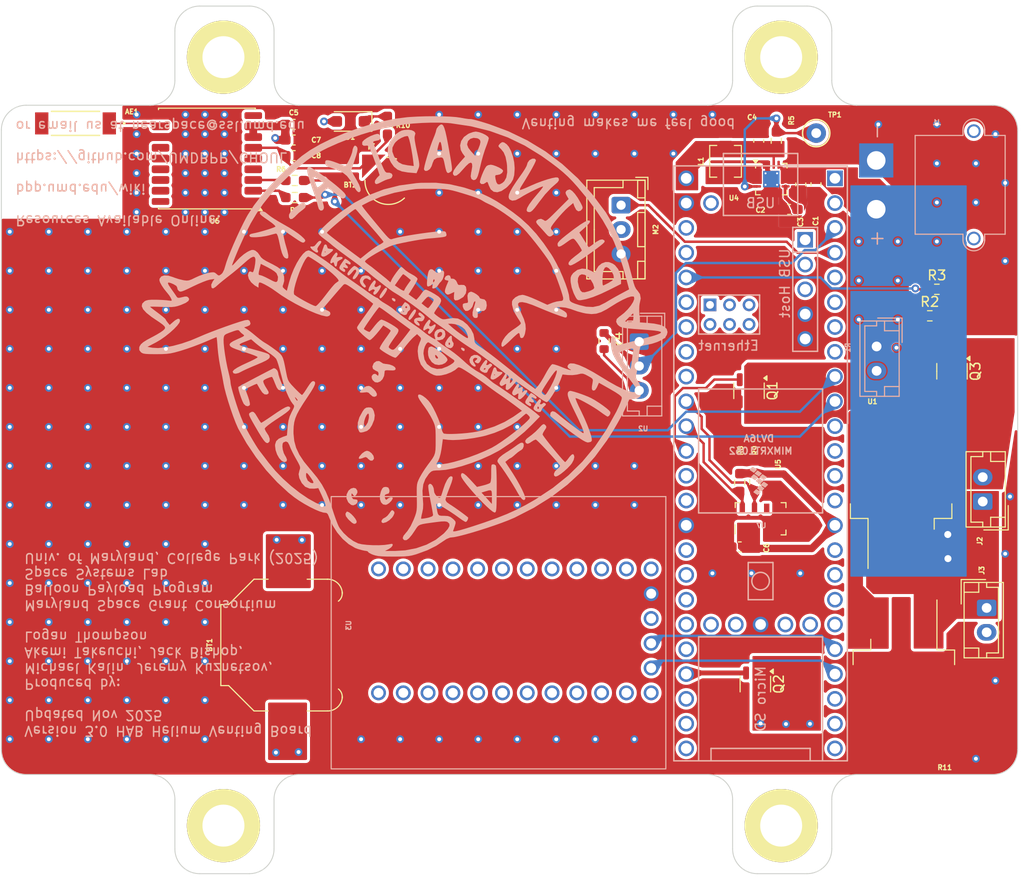
<source format=kicad_pcb>
(kicad_pcb (version 20240108) (generator "pcbnew") (generator_version "8.0")
  (layers (0 "F.Cu" signal) (1 "In1.Cu" signal) (2 "In2.Cu" signal) (31 "B.Cu" signal) (34 "B.Paste" user) (35 "F.Paste" user) (36 "B.SilkS" user "B.Silkscreen") (37 "F.SilkS" user "F.Silkscreen") (38 "B.Mask" user) (39 "F.Mask" user) (44 "Edge.Cuts" user))
  (net 0 "")
  (net 1 "/RTC_BATT")
  (net 2 "Net-(J2-Pin_2)")
  (net 3 "Net-(J2-Pin_1)")
  (net 4 "Net-(J3-Pin_2)")
  (net 5 "GND")
  (net 6 "Net-(M2-PWM)")
  (net 7 "/nic1")
  (net 8 "/nic2")
  (net 9 "/Vdiv")
  (net 10 "/Temp_Data")
  (net 11 "/GPS_RX")
  (net 12 "/GPS_TX")
  (net 13 "/SCL")
  (net 14 "/SDA")
  (net 15 "Net-(U1-VO)")
  (net 16 "/xbee_in")
  (net 17 "/xbee_out")
  (net 46 "+BATT")
  (net 48 "Net-(L1-Pad1)")
  (net 49 "Net-(U4-PG)")
  (net 50 "Net-(U4-SS{slash}TR)")
  (net 51 "+5V")
  (net 68 "+3.3V")
  (net 69 "Net-(U6-RXD)")
  (net 70 "Net-(U6-TXD)")
  (net 71 "Net-(BT2-+)")
  (net 72 "Net-(D1-K)")
  (net 77 "Net-(AE1-A)")
  (net 83 "Net-(Q1-D-Pad1)")
  (net 84 "Net-(Q1-G)")
  (footprint "Battery:BatteryHolder_Keystone_3000_1x12mm" (layer "F.Cu") (at 133.476051 121.356051 90)
    (property "Reference" "BT1")
    (property "Value" "Battery_Cell")
  )
  (footprint "Resistor_SMD:R_0603_1608Metric_Pad0.98x0.95mm_HandSolder" (layer "F.Cu") (at 179.8 104.7 90)
    (property "Reference" "R8")
    (property "Value" "10k")
  )
  (footprint "Resistor_SMD:R_0603_1608Metric_Pad0.98x0.95mm_HandSolder" (layer "F.Cu") (at 181.338949 104.658949 -90)
    (property "Reference" "R9")
    (property "Value" "10k")
  )
  (footprint "Package_DFN_QFN:VQFN-16-1EP_3x3mm_P0.5mm_EP1.68x1.68mm_ThermalVias" (layer "F.Cu") (at 183.033551 73.606051)
    (property "Reference" "U4")
    (property "Value" "TPS62133")
  )
  (footprint "Capacitor_SMD:C_0603_1608Metric_Pad1.08x0.95mm_HandSolder" (layer "F.Cu") (at 184.853551 76.716051)
    (property "Reference" "C2")
    (property "Value" "3.3nF")
  )
  (footprint "Resistor_SMD:R_0603_1608Metric" (layer "F.Cu") (at 165.9 90.2 -90)
    (property "Reference" "R4")
    (property "Value" "4.7K")
  )
  (footprint "Package_LGA:LGA-8_3x5mm_P1.25mm" (layer "F.Cu") (at 181.936051 108.416051 90)
    (property "Reference" "U5")
    (property "Value" "MS5607-02BA")
  )
  (footprint "mechanical:MountingHole_4.3mm_M4_DIN965_Pad" (layer "F.Cu") (at 184.046051 61.116051 180)
    (property "Reference" "REF**" (hide yes))
    (property "Value" "MountingHole_4.3mm_M4_DIN965_Pad")
  )
  (footprint "Package_TO_SOT_SMD:TO-263-2" (layer "F.Cu") (at 196.616051 126.686051 -90)
    (property "Reference" "R11")
    (property "Value" "0.3")
  )
  (footprint "mechanical:MountingHole_4.3mm_M4_DIN965_Pad" (layer "F.Cu") (at 126.896051 61.116051 180)
    (property "Reference" "REF**" (hide yes))
    (property "Value" "MountingHole_4.3mm_M4_DIN965_Pad")
  )
  (footprint "Resistor_SMD:R_0603_1608Metric" (layer "F.Cu") (at 199.276051 87.616051)
    (property "Reference" "R2")
    (property "Value" "15k")
  )
  (footprint "Capacitor_SMD:C_0603_1608Metric_Pad1.08x0.95mm_HandSolder" (layer "F.Cu") (at 134.1 69.6)
    (property "Reference" "C7")
    (property "Value" "1uf")
  )
  (footprint "Package_TO_SOT_SMD:TSOT-23-6" (layer "F.Cu") (at 180.75 95.3 -90)
    (property "Reference" "Q1")
    (property "Value" "FDC637BNZ")
  )
  (footprint "Capacitor_SMD:C_0603_1608Metric_Pad1.08x0.95mm_HandSolder" (layer "F.Cu") (at 179.806051 111.296051 180)
    (property "Reference" "C6")
    (property "Value" "100nF")
  )
  (footprint "Package_TO_SOT_SMD:TO-263-3_TabPin2" (layer "F.Cu") (at 196.336051 103.556051 90)
    (property "Reference" "U1")
    (property "Value" "LM1084-ADJ")
  )
  (footprint "Resistor_SMD:R_0603_1608Metric" (layer "F.Cu") (at 200 84.9)
    (property "Reference" "R3")
    (property "Value" "10K")
  )
  (footprint "mechanical:MountingHole_4.3mm_M4_DIN965_Pad" (layer "F.Cu") (at 126.896051 139.856051)
    (property "Reference" "REF**" (hide yes))
    (property "Value" "MountingHole_4.3mm_M4_DIN965_Pad")
  )
  (footprint "BPP_Lib:ANT_1575AT_JOT-M" (layer "F.Cu") (at 111.737299 67.9 180)
    (property "Reference" "AE1")
    (property "Value" "1575AT43A0040001E")
  )
  (footprint "mechanical:MountingHole_4.3mm_M4_DIN965_Pad" (layer "F.Cu") (at 184.046051 139.856051)
    (property "Reference" "REF**" (hide yes))
    (property "Value" "MountingHole_4.3mm_M4_DIN965_Pad")
  )
  (footprint "Resistor_SMD:R_0603_1608Metric_Pad0.98x0.95mm_HandSolder" (layer "F.Cu") (at 134.2 73.75)
    (property "Reference" "R6")
    (property "Value" "220")
  )
  (footprint "Resistor_SMD:R_0603_1608Metric_Pad0.98x0.95mm_HandSolder" (layer "F.Cu") (at 183.546051 69.686051 90)
    (property "Reference" "R5")
    (property "Value" "100k")
  )
  (footprint "Capacitor_SMD:C_0603_1608Metric_Pad1.08x0.95mm_HandSolder" (layer "F.Cu") (at 181.746051 69.686051 90)
    (property "Reference" "C4")
    (property "Value" "22uF")
  )
  (footprint "BPP_Lib:SEIKO_ML414H_IV01E" (layer "F.Cu") (at 143.8 73.8 90)
    (property "Reference" "BT2")
    (property "Value" "Battery_Cell")
  )
  (footprint "Connector_JST:JST_EH_B2B-EH-A_1x02_P2.50mm_Vertical" (layer "F.Cu") (at 204.7 106.65 90)
    (property "Reference" "J2")
    (property "Value" "Conn_01x02")
  )
  (footprint "Connector_JST:JST_EH_B2B-EH-A_1x02_P2.50mm_Vertical" (layer "F.Cu") (at 205.1 117.55 -90)
    (property "Reference" "J3")
    (property "Value" "Conn_01x02")
  )
  (footprint "Diode_SMD:D_SOD-123F" (layer "F.Cu") (at 139.9 67.7 180)
    (property "Reference" "D1")
    (property "Value" "D_Schottky")
  )
  (footprint "Inductor_SMD:L_Vishay_IHLP-1212" (layer "F.Cu") (at 178.346051 71.786051 90)
    (property "Reference" "L1")
    (property "Value" "1uH")
  )
  (footprint "Resistor_SMD:R_0603_1608Metric_Pad0.98x0.95mm_HandSolder" (layer "F.Cu") (at 143.7 68.1 -90)
    (property "Reference" "R10")
    (property "Value" "3.3k")
  )
  (footprint "Capacitor_SMD:C_0603_1608Metric_Pad1.08x0.95mm_HandSolder" (layer "F.Cu") (at 187.613551 74.126051 -90)
    (property "Reference" "C1")
    (property "Value" "10uF")
  )
  (footprint "Package_TO_SOT_SMD:TSOT-23-6" (layer "F.Cu") (at 181.4 125.35 -90)
    (property "Reference" "Q2")
    (property "Value" "FDC637BNZ")
  )
  (footprint "Package_TO_SOT_SMD:TSOT-23-6" (layer "F.Cu") (at 201.55 93.3 -90)
    (property "Reference" "Q3")
    (property "Value" "FDC637BNZ")
  )
  (footprint "Capacitor_SMD:C_0603_1608Metric_Pad1.08x0.95mm_HandSolder" (layer "F.Cu") (at 186.053551 74.153551 90)
    (property "Reference" "C3")
    (property "Value" "0.1uF")
  )
  (footprint "RF_GPS:ublox_MAX" (layer "F.Cu") (at 125.2 71.5 180)
    (property "Reference" "U6")
    (property "Value" "MAX-M10S")
  )
  (footprint "Connector_JST:JST_XH_B3B-XH-A_1x03_P2.50mm_Vertical" (layer "F.Cu") (at 167.64 76.28 -90)
    (property "Reference" "M2")
    (property "Value" "Motor_Servo")
  )
  (footprint "TestPoint:TestPoint_Keystone_5000-5004_Miniature" (layer "F.Cu") (at 187.636051 68.896051 180)
    (property "Reference" "TP1")
    (property "Value" "TestPoint")
  )
  (footprint "Capacitor_SMD:C_0603_1608Metric_Pad1.08x0.95mm_HandSolder" (layer "F.Cu") (at 134.1 68)
    (property "Reference" "C5")
    (property "Value" "10uf")
  )
  (footprint "Capacitor_SMD:C_0603_1608Metric_Pad1.08x0.95mm_HandSolder" (layer "F.Cu") (at 134.1 71.2 180)
    (property "Reference" "C8")
    (property "Value" "1uF")
  )
  (footprint "Resistor_SMD:R_0603_1608Metric_Pad0.98x0.95mm_HandSolder" (layer "F.Cu") (at 134.2 75.5)
    (property "Reference" "R7")
    (property "Value" "220")
  )
  (footprint "Connector_JST:JST_EH_B2B-EH-A_1x02_P2.50mm_Vertical" (layer "B.Cu") (at 193.826051 90.756051 -90)
    (property "Reference" "R1")
    (property "Value" "Heater")
  )
  (footprint "BPP_Lib:XBee Explorer" (layer "B.Cu") (at 172.226051 106.141051 -90)
    (property "Reference" "U3")
    (property "Value" "Xbee")
  )
  (footprint "Connector_AMASS:AMASS_XT30PW-M_1x02_P2.50mm_Horizontal" (layer "B.Cu") (at 193.786051 71.696051 90)
    (property "Reference" "J1")
    (property "Value" "XT30")
  )
  (footprint "LOGO" (layer "B.Cu") (at 146.26 89.06)
    (property "Reference" "G***" (hide yes))
    (property "Value" "LOGO" (hide yes))
  )
  (footprint "BPP_Lib:Teensy4_1" (layer "B.Cu") (at 181.936051 102.736051 -90)
    (property "Reference" "U7")
    (property "Value" "Teensy4.1")
  )
  (footprint "Connector_JST:JST_EH_B3B-EH-A_1x03_P2.50mm_Vertical" (layer "B.Cu") (at 169.5 90.266051 -90)
    (property "Reference" "U2")
    (property "Value" "DS18S20")
  )
  (gr_line (start 134.62 66.04) (end 176.53 66.04) (stroke (width 0.1)) (layer "Edge.Cuts"))
  (gr_arc (start 179.07 63.5) (mid 178.326037 65.296037) (end 176.53 66.04) (stroke (width 0.1)) (layer "Edge.Cuts"))
  (gr_line (start 191.77 134.62) (end 205.74 134.62) (stroke (width 0.1)) (layer "Edge.Cuts"))
  (gr_line (start 181.61 144.78) (end 186.69 144.78) (stroke (width 0.1)) (layer "Edge.Cuts"))
  (gr_arc (start 191.77 66.04) (mid 189.973906 65.296095) (end 189.23 63.5) (stroke (width 0.1)) (layer "Edge.Cuts"))
  (gr_arc (start 121.92 58.42) (mid 122.663934 56.623934) (end 124.46 55.88) (stroke (width 0.1)) (layer "Edge.Cuts"))
  (gr_line (start 189.23 142.24) (end 189.23 137.16) (stroke (width 0.1)) (layer "Edge.Cuts"))
  (gr_line (start 208.28 132.08) (end 208.28 68.58) (stroke (width 0.1)) (layer "Edge.Cuts"))
  (gr_line (start 134.62 134.62) (end 176.53 134.62) (stroke (width 0.1)) (layer "Edge.Cuts"))
  (gr_arc (start 132.08 137.16) (mid 132.823934 135.363934) (end 134.62 134.62) (stroke (width 0.1)) (layer "Edge.Cuts"))
  (gr_arc (start 132.08 142.24) (mid 131.336037 144.036037) (end 129.54 144.78) (stroke (width 0.1)) (layer "Edge.Cuts"))
  (gr_arc (start 121.92 63.5) (mid 121.176037 65.296037) (end 119.38 66.04) (stroke (width 0.1)) (layer "Edge.Cuts"))
  (gr_arc (start 104.14 68.58) (mid 104.883934 66.783934) (end 106.68 66.04) (stroke (width 0.1)) (layer "Edge.Cuts"))
  (gr_line (start 179.07 63.5) (end 179.07 58.42) (stroke (width 0.1)) (layer "Edge.Cuts"))
  (gr_arc (start 179.07 58.42) (mid 179.813934 56.623934) (end 181.61 55.88) (stroke (width 0.1)) (layer "Edge.Cuts"))
  (gr_arc (start 134.62 66.04) (mid 132.823906 65.296095) (end 132.08 63.5) (stroke (width 0.1)) (layer "Edge.Cuts"))
  (gr_line (start 124.46 144.78) (end 129.54 144.78) (stroke (width 0.1)) (layer "Edge.Cuts"))
  (gr_arc (start 208.28 132.08) (mid 207.536037 133.876037) (end 205.74 134.62) (stroke (width 0.1)) (layer "Edge.Cuts"))
  (gr_line (start 179.07 137.16) (end 179.07 142.24) (stroke (width 0.1)) (layer "Edge.Cuts"))
  (gr_arc (start 176.53 134.62) (mid 178.326008 135.363992) (end 179.07 137.16) (stroke (width 0.1)) (layer "Edge.Cuts"))
  (gr_line (start 181.61 55.88) (end 186.69 55.88) (stroke (width 0.1)) (layer "Edge.Cuts"))
  (gr_line (start 132.08 58.42) (end 132.08 63.5) (stroke (width 0.1)) (layer "Edge.Cuts"))
  (gr_arc (start 119.38 134.62) (mid 121.176008 135.363992) (end 121.92 137.16) (stroke (width 0.1)) (layer "Edge.Cuts"))
  (gr_line (start 189.23 58.42) (end 189.23 63.5) (stroke (width 0.1)) (layer "Edge.Cuts"))
  (gr_line (start 124.46 55.88) (end 129.54 55.88) (stroke (width 0.1)) (layer "Edge.Cuts"))
  (gr_line (start 191.77 66.04) (end 205.74 66.04) (stroke (width 0.1)) (layer "Edge.Cuts"))
  (gr_arc (start 181.61 144.78) (mid 179.813906 144.036095) (end 179.07 142.24) (stroke (width 0.1)) (layer "Edge.Cuts"))
  (gr_arc (start 124.46 144.78) (mid 122.663906 144.036095) (end 121.92 142.24) (stroke (width 0.1)) (layer "Edge.Cuts"))
  (gr_line (start 106.68 66.04) (end 119.38 66.04) (stroke (width 0.1)) (layer "Edge.Cuts"))
  (gr_arc (start 189.23 137.16) (mid 189.973934 135.363934) (end 191.77 134.62) (stroke (width 0.1)) (layer "Edge.Cuts"))
  (gr_arc (start 106.68 134.62) (mid 104.883906 133.876095) (end 104.14 132.08) (stroke (width 0.1)) (layer "Edge.Cuts"))
  (gr_arc (start 205.74 66.04) (mid 207.536008 66.783992) (end 208.28 68.58) (stroke (width 0.1)) (layer "Edge.Cuts"))
  (gr_line (start 104.14 68.58) (end 104.14 132.08) (stroke (width 0.1)) (layer "Edge.Cuts"))
  (gr_line (start 132.08 142.24) (end 132.08 137.16) (stroke (width 0.1)) (layer "Edge.Cuts"))
  (gr_line (start 121.92 137.16) (end 121.92 142.24) (stroke (width 0.1)) (layer "Edge.Cuts"))
  (gr_line (start 121.92 63.5) (end 121.92 58.42) (stroke (width 0.1)) (layer "Edge.Cuts"))
  (gr_arc (start 186.69 55.88) (mid 188.486008 56.623992) (end 189.23 58.42) (stroke (width 0.1)) (layer "Edge.Cuts"))
  (gr_line (start 106.68 134.62) (end 119.38 134.62) (stroke (width 0.1)) (layer "Edge.Cuts"))
  (gr_arc (start 129.54 55.88) (mid 131.336008 56.623992) (end 132.08 58.42) (stroke (width 0.1)) (layer "Edge.Cuts"))
  (gr_arc (start 189.23 142.24) (mid 188.486037 144.036037) (end 186.69 144.78) (stroke (width 0.1)) (layer "Edge.Cuts"))
  (gr_text "Version 3.0 HAB Helium Venting Board \nUpdated Nov 2025\n\nProduced by:\nMichael Kalin, Jeremy Kuznetsov, \nAkemi Takeuchi, Jack Bishop,\nLogan Thompson\n\nMaryland Space Grant Consortium\nBalloon Payload Program\nSpace Systems Lab\nUniv. of Maryland, College Park (2025)" (at 106.4 121.3 180) (layer "B.SilkS") (effects (font (size 1 1)) (justify left mirror)))
  (gr_text "Venting makes me feel good" (at 168.4 67.9 180) (layer "B.SilkS") (effects (font (size 1 1)) (justify mirror)))
  (gr_text "Resources Available Online:\n\nbpp.umd.edu/wiki\n\nhttps://github.com/UMDBPP/GHOUL\n\nor email us at nearspace@ssl.umd.edu" (at 105.5 73 180) (layer "B.SilkS") (effects (font (size 1 1)) (justify left mirror)))
  (segment (start 133.491051 113.686051) (end 133.941051 113.236051) (width 0.25) (layer "F.Cu") (net 1))
  (via (at 132.271051 132.366051) (size 0.8) (drill 0.4) (layers "F.Cu" "B.Cu") (net 1))
  (via (at 134.941051 110.586051) (size 0.8) (drill 0.4) (layers "F.Cu" "B.Cu") (net 1))
  (via (at 132.351051 110.566051) (size 0.8) (drill 0.4) (layers "F.Cu" "B.Cu") (net 1))
  (via (at 134.591051 132.316051) (size 0.8) (drill 0.4) (layers "F.Cu" "B.Cu") (net 1))
  (via (at 186.996051 129.426051) (size 0.8) (drill 0.4) (layers "F.Cu" "B.Cu") (net 4))
  (via (at 181.936051 129.386051) (size 0.8) (drill 0.4) (layers "F.Cu" "B.Cu") (net 4))
  (via (at 184.536051 129.446051) (size 0.8) (drill 0.4) (layers "F.Cu" "B.Cu") (net 4))
  (segment (start 186.081051 74.988551) (end 186.053551 75.016051) (width 0.25) (layer "F.Cu") (net 5))
  (segment (start 186.053551 75.016051) (end 185.691051 75.016051) (width 0.25) (layer "F.Cu") (net 5))
  (via (at 204 72) (size 0.8) (drill 0.4) (layers "F.Cu" "B.Cu") (net 5))
  (via (at 109 107) (size 0.8) (drill 0.4) (layers "F.Cu" "B.Cu") (net 5))
  (via (at 117 107) (size 0.8) (drill 0.4) (layers "F.Cu" "B.Cu") (net 5))
  (via (at 145 99) (size 0.8) (drill 0.4) (layers "F.Cu" "B.Cu") (net 5))
  (via (at 121 83) (size 0.8) (drill 0.4) (layers "F.Cu" "B.Cu") (net 5))
  (via (at 105 111) (size 0.8) (drill 0.4) (layers "F.Cu" "B.Cu") (net 5))
  (via (at 127 69) (size 0.8) (drill 0.4) (layers "F.Cu" "B.Cu") (net 5))
  (via (at 149 67) (size 0.8) (drill 0.4) (layers "F.Cu" "B.Cu") (net 5))
  (via (at 129 79) (size 0.8) (drill 0.4) (layers "F.Cu" "B.Cu") (net 5))
  (via (at 165 107) (size 0.8) (drill 0.4) (layers "F.Cu" "B.Cu") (net 5))
  (via (at 157 83) (size 0.8) (drill 0.4) (layers "F.Cu" "B.Cu") (net 5))
  (via (at 145 103) (size 0.8) (drill 0.4) (layers "F.Cu" "B.Cu") (net 5))
  (via (at 161 71) (size 0.8) (drill 0.4) (layers "F.Cu" "B.Cu") (net 5))
  (via (at 169 67) (size 0.8) (drill 0.4) (layers "F.Cu" "B.Cu") (net 5))
  (via (at 105 87) (size 0.8) (drill 0.4) (layers "F.Cu" "B.Cu") (net 5))
  (via (at 133 99) (size 0.8) (drill 0.4) (layers "F.Cu" "B.Cu") (net 5))
  (via (at 133 87) (size 0.8) (drill 0.4) (layers "F.Cu" "B.Cu") (net 5))
  (via (at 105 123) (size 0.8) (drill 0.4) (layers "F.Cu" "B.Cu") (net 5))
  (via (at 157 67) (size 0.8) (drill 0.4) (layers "F.Cu" "B.Cu") (net 5))
  (via (at 113 87) (size 0.8) (drill 0.4) (layers "F.Cu" "B.Cu") (net 5))
  (via (at 137 107) (size 0.8) (drill 0.4) (layers "F.Cu" "B.Cu") (net 5))
  (via (at 129 103) (size 0.8) (drill 0.4) (layers "F.Cu" "B.Cu") (net 5))
  (via (at 145 91) (size 0.8) (drill 0.4) (layers "F.Cu" "B.Cu") (net 5))
  (via (at 127 77) (size 0.8) (drill 0.4) (layers "F.Cu" "B.Cu") (net 5))
  (via (at 200 72) (size 0.8) (drill 0.4) (layers "F.Cu" "B.Cu") (net 5))
  (via (at 161 87) (size 0.8) (drill 0.4) (layers "F.Cu" "B.Cu") (net 5))
  (via (at 145 131) (size 0.8) (drill 0.4) (layers "F.Cu" "B.Cu") (net 5))
  (via (at 161 131) (size 0.8) (drill 0.4) (layers "F.Cu" "B.Cu") (net 5))
  (via (at 127 73) (size 0.8) (drill 0.4) (layers "F.Cu" "B.Cu") (net 5))
  (via (at 123 75) (size 0.8) (drill 0.4) (layers "F.Cu" "B.Cu") (net 5))
  (via (at 157 103) (size 0.8) (drill 0.4) (layers "F.Cu" "B.Cu") (net 5))
  (via (at 153 75) (size 0.8) (drill 0.4) (layers "F.Cu" "B.Cu") (net 5))
  (via (at 121 127) (size 0.8) (drill 0.4) (layers "F.Cu" "B.Cu") (net 5))
  (via (at 125 75) (size 0.8) (drill 0.4) (layers "F.Cu" "B.Cu") (net 5))
  (via (at 157 87) (size 0.8) (drill 0.4) (layers "F.Cu" "B.Cu") (net 5))
  (via (at 133 83) (size 0.8) (drill 0.4) (layers "F.Cu" "B.Cu") (net 5))
  (via (at 121 79) (size 0.8) (drill 0.4) (layers "F.Cu" "B.Cu") (net 5))
  (via (at 161 67) (size 0.8) (drill 0.4) (layers "F.Cu" "B.Cu") (net 5))
  (via (at 137 95) (size 0.8) (drill 0.4) (layers "F.Cu" "B.Cu") (net 5))
  (via (at 113 107) (size 0.8) (drill 0.4) (layers "F.Cu" "B.Cu") (net 5))
  (via (at 125 67) (size 0.8) (drill 0.4) (layers "F.Cu" "B.Cu") (net 5))
  (via (at 206 125) (size 0.8) (drill 0.4) (layers "F.Cu" "B.Cu") (net 5))
  (via (at 113 83) (size 0.8) (drill 0.4) (layers "F.Cu" "B.Cu") (net 5))
  (via (at 173 71) (size 0.8) (drill 0.4) (layers "F.Cu" "B.Cu") (net 5))
  (via (at 117 103) (size 0.8) (drill 0.4) (layers "F.Cu" "B.Cu") (net 5))
  (via (at 127 67) (size 0.8) (drill 0.4) (layers "F.Cu" "B.Cu") (net 5))
  (via (at 129 107) (size 0.8) (drill 0.4) (layers "F.Cu" "B.Cu") (net 5))
  (via (at 165 71) (size 0.8) (drill 0.4) (layers "F.Cu" "B.Cu") (net 5))
  (via (at 149 83) (size 0.8) (drill 0.4) (layers "F.Cu" "B.Cu") (net 5))
  (via (at 109 79) (size 0.8) (drill 0.4) (layers "F.Cu" "B.Cu") (net 5))
  (via (at 109 111) (size 0.8) (drill 0.4) (layers "F.Cu" "B.Cu") (net 5))
  (via (at 129 95) (size 0.8) (drill 0.4) (layers "F.Cu" "B.Cu") (net 5))
  (via (at 118 71) (size 0.8) (drill 0.4) (layers "F.Cu" "B.Cu") (net 5))
  (via (at 169 103) (size 0.8) (drill 0.4) (layers "F.Cu" "B.Cu") (net 5))
  (via (at 125 95) (size 0.8) (drill 0.4) (layers "F.Cu" "B.Cu") (net 5))
  (via (at 109 87) (size 0.8) (drill 0.4) (layers "F.Cu" "B.Cu") (net 5))
  (via (at 123 73) (size 0.8) (drill 0.4) (layers "F.Cu" "B.Cu") (net 5))
  (via (at 153 83) (size 0.8) (drill 0.4) (layers "F.Cu" "B.Cu") (net 5))
  (via (at 105 115) (size 0.8) (drill 0.4) (layers "F.Cu" "B.Cu") (net 5))
  (via (at 113 127) (size 0.8) (drill 0.4) (layers "F.Cu" "B.Cu") (net 5))
  (via (at 105 107) (size 0.8) (drill 0.4) (layers "F.Cu" "B.Cu") (net 5))
  (via (at 129 83) (size 0.8) (drill 0.4) (layers "F.Cu" "B.Cu") (net 5))
  (via (at 121 99) (size 0.8) (drill 0.4) (layers "F.Cu" "B.Cu") (net 5))
  (via (at 123 69) (size 0.8) (drill 0.4) (layers "F.Cu" "B.Cu") (net 5))
  (via (at 186 114) (size 0.8) (drill 0.4) (layers "F.Cu" "B.Cu") (net 5))
  (via (at 105 95) (size 0.8) (drill 0.4) (layers "F.Cu" "B.Cu") (net 5))
  (via (at 157 99) (size 0.8) (drill 0.4) (layers "F.Cu" "B.Cu") (net 5))
  (via (at 194 68) (size 0.8) (drill 0.4) (layers "F.Cu" "B.Cu") (net 5))
  (via (at 196 88) (size 0.8) (drill 0.4) (layers "F.Cu" "B.Cu") (net 5))
  (via (at 161 79) (size 0.8) (drill 0.4) (layers "F.Cu" "B.Cu") (net 5))
  (via (at 121 95) (size 0.8) (drill 0.4) (layers "F.Cu" "B.Cu") (net 5))
  (via (at 207 112) (size 0.8) (drill 0.4) (layers "F.Cu" "B.Cu") (net 5))
  (via (at 204 76) (size 0.8) (drill 0.4) (layers "F.Cu" "B.Cu") (net 5))
  (via (at 165 131) (size 0.8) (drill 0.4) (layers "F.Cu" "B.Cu") (net 5))
  (via (at 137 99) (size 0.8) (drill 0.4) (layers "F.Cu" "B.Cu") (net 5))
  (via (at 207 82) (size 0.8) (drill 0.4) (layers "F.Cu" "B.Cu") (net 5))
  (via (at 149 107) (size 0.8) (drill 0.4) (layers "F.Cu" "B.Cu") (net 5))
  (via (at 145 79) (size 0.8) (drill 0.4) (layers "F.Cu" "B.Cu") (net 5))
  (via (at 125 111) (size 0.8) (drill 0.4) (layers "F.Cu" "B.Cu") (net 5))
  (via (at 165 67) (size 0.8) (drill 0.4) (layers "F.Cu" "B.Cu") (net 5))
  (via (at 153 131) (size 0.8) (drill 0.4) (layers "F.Cu" "B.Cu") (net 5))
  (via (at 109 83) (size 0.8) (drill 0.4) (layers "F.Cu" "B.Cu") (net 5))
  (via (at 141 91) (size 0.8) (drill 0.4) (layers "F.Cu" "B.Cu") (net 5))
  (via (at 117 115) (size 0.8) (drill 0.4) (layers "F.Cu" "B.Cu") (net 5))
  (via (at 165 103) (size 0.8) (drill 0.4) (layers "F.Cu" "B.Cu") (net 5))
  (via (at 153 103) (size 0.8) (drill 0.4) (layers "F.Cu" "B.Cu") (net 5))
  (via (at 149 103) (size 0.8) (drill 0.4) (layers "F.Cu" "B.Cu") (net 5))
  (via (at 153 95) (size 0.8) (drill 0.4) (layers "F.Cu" "B.Cu") (net 5))
  (via (at 192 88) (size 0.8) (drill 0.4) (layers "F.Cu" "B.Cu") (net 5))
  (via (at 133 107) (size 0.8) (drill 0.4) (layers "F.Cu" "B.Cu") (net 5))
  (via (at 105 99) (size 0.8) (drill 0.4) (layers "F.Cu" "B.Cu") (net 5))
  (via (at 117 91) (size 0.8) (drill 0.4) (layers "F.Cu" "B.Cu") (net 5))
  (via (at 121 103) (size 0.8) (drill 0.4) (layers "F.Cu" "B.Cu") (net 5))
  (via (at 207 74) (size 0.8) (drill 0.4) (layers "F.Cu" "B.Cu") (net 5))
  (via (at 123 77) (size 0.8) (drill 0.4) (layers "F.Cu" "B.Cu") (net 5))
  (via (at 109 115) (size 0.8) (drill 0.4) (layers "F.Cu" "B.Cu") (net 5))
  (via (at 200 76) (size 0.8) (drill 0.4) (layers "F.Cu" "B.Cu") (net 5))
  (via (at 113 119) (size 0.8) (drill 0.4) (layers "F.Cu" "B.Cu") (net 5))
  (via (at 105 119) (size 0.8) (drill 0.4) (layers "F.Cu" "B.Cu") (net 5))
  (via (at 113 123) (size 0.8) (drill 0.4) (layers "F.Cu" "B.Cu") (net 5))
  (via (at 117 83) (size 0.8) (drill 0.4) (layers "F.Cu" "B.Cu") (net 5))
  (via (at 125 119) (size 0.8) (drill 0.4) (layers "F.Cu" "B.Cu") (net 5))
  (via (at 206 69) (size 0.8) (drill 0.4) (layers "F.Cu" "B.Cu") (net 5))
  (via (at 117 123) (size 0.8) (drill 0.4) (layers "F.Cu" "B.Cu") (net 5))
  (via (at 137 103) (size 0.8) (drill 0.4) (layers "F.Cu" "B.Cu") (net 5))
  (via (at 127 71) (size 0.8) (drill 0.4) (layers "F.Cu" "B.Cu") (net 5))
  (via (at 141 107) (size 0.8) (drill 0.4) (layers "F.Cu" "B.Cu") (net 5))
  (via (at 117 131) (size 0.8) (drill 0.4) (layers "F.Cu" "B.Cu") (net 5))
  (via (at 105 103) (size 0.8) (drill 0.4) (layers "F.Cu" "B.Cu") (net 5))
  (via (at 117 111) (size 0.8) (drill 0.4) (layers "F.Cu" "B.Cu") (net 5))
  (via (at 125 131) (size 0.8) (drill 0.4) (layers "F.Cu" "B.Cu") (net 5))
  (via (at 133 91) (size 0.8) (drill 0.4) (layers "F.Cu" "B.Cu") (net 5))
  (via (at 149 91) (size 0.8) (drill 0.4) (layers "F.Cu" "B.Cu") (net 5))
  (via (at 145 95) (size 0.8) (drill 0.4) (layers "F.Cu" "B.Cu") (net 5))
  (via (at 121 131) (size 0.8) (drill 0.4) (layers "F.Cu" "B.Cu") (net 5))
  (via (at 125 127) (size 0.8) (drill 0.4) (layers "F.Cu" "B.Cu") (net 5))
  (via (at 125 91) (size 0.8) (drill 0.4) (layers "F.Cu" "B.Cu") (net 5))
  (via (at 125 87) (size 0.8) (drill 0.4) (layers "F.Cu" "B.Cu") (net 5))
  (via (at 117 99) (size 0.8) (drill 0.4) (layers "F.Cu" "B.Cu") (net 5))
  (via (at 118 73) (size 0.8) (drill 0.4) (layers "F.Cu" "B.Cu") (net 5))
  (via (at 173 67) (size 0.8) (drill 0.4) (layers "F.Cu" "B.Cu") (net 5))
  (via (at 117 127) (size 0.8) (drill 0.4) (layers "F.Cu" "B.Cu") (net 5))
  (via (at 113 91) (size 0.8) (drill 0.4) (layers "F.Cu" "B.Cu") (net 5))
  (via (at 113 111) (size 0.8) (drill 0.4) (layers "F.Cu" "B.Cu") (net 5))
  (via (at 109 123) (size 0.8) (drill 0.4) (layers "F.Cu" "B.Cu") (net 5))
  (via (at 200 80) (size 0.8) (drill 0.4) (layers "F.Cu" "B.Cu") (net 5))
  (via (at 149 79) (size 0.8) (drill 0.4) (layers "F.Cu" "B.Cu") (net 5))
  (via (at 105 83) (size 0.8) (drill 0.4) (layers "F.Cu" "B.Cu") (net 5))
  (via (at 169 131) (size 0.8) (drill 0.4) (layers "F.Cu" "B.Cu") (net 5))
  (via (at 145 107) (size 0.8) (drill 0.4) (layers "F.Cu" "B.Cu") (net 5))
  (via (at 141 87) (size 0.8) (drill 0.4) (layers "F.Cu" "B.Cu") (net 5))
  (via (at 161 103) (size 0.8) (drill 0.4) (layers "F.Cu" "B.Cu") (net 5))
  (via (at 129 87) (size 0.8) (drill 0.4) (layers "F.Cu" "B.Cu") (net 5))
  (via (at 129 99) (size 0.8) (drill 0.4) (layers "F.Cu" "B.Cu") (net 5))
  (via (at 109 119) (size 0.8) (drill 0.4) (layers "F.Cu" "B.Cu") (net 5))
  (via (at 125 99) (size 0.8) (drill 0.4) (layers "F.Cu" "B.Cu") (net 5))
  (via (at 141 83) (size 0.8) (drill 0.4) (layers "F.Cu" "B.Cu") (net 5))
  (via (at 113 95) (size 0.8) (drill 0.4) (layers "F.Cu" "B.Cu") (net 5))
  (via (at 161 91) (size 0.8) (drill 0.4) (layers "F.Cu" "B.Cu") (net 5))
  (via (at 125 73) (size 0.8) (drill 0.4) (layers "F.Cu" "B.Cu") (net 5))
  (via (at 121 123) (size 0.8) (drill 0.4) (layers "F.Cu" "B.Cu") (net 5))
  (via (at 118 77) (size 0.8) (drill 0.4) (layers "F.Cu" "B.Cu") (net 5))
  (via (at 157 107) (size 0.8) (drill 0.4) (layers "F.Cu" "B.Cu") (net 5))
  (via (at 196 80) (size 0.8) (drill 0.4) (layers "F.Cu" "B.Cu") (net 5))
  (via (at 125 71) (size 0.8) (drill 0.4) (layers "F.Cu" "B.Cu") (net 5))
  (via (at 157 131) (size 0.8) (drill 0.4) (layers "F.Cu" "B.Cu") (net 5))
  (via (at 113 99) (size 0.8) (drill 0.4) (layers "F.Cu" "B.Cu") (net 5))
  (via (at 125 69) (size 0.8) (drill 0.4) (layers "F.Cu" "B.Cu") (net 5))
  (via (at 123 71) (size 0.8) (drill 0.4) (layers "F.Cu" "B.Cu") (net 5))
  (via (at 157 71) (size 0.8) (drill 0.4) (layers "F.Cu" "B.Cu") (net 5))
  (via (at 177 114) (size 0.8) (drill 0.4) (layers "F.Cu" "B.Cu") (net 5))
  (via (at 118 69) (size 0.8) (drill 0.4) (layers "F.Cu" "B.Cu") (net 5))
  (via (at 153 71) (size 0.8) (drill 0.4) (layers "F.Cu" "B.Cu") (net 5))
  (via (at 161 75) (size 0.8) (drill 0.4) (layers "F.Cu" "B.Cu") (net 5))
  (via (at 153 67) (size 0.8) (drill 0.4) (layers "F.Cu" "B.Cu") (net 5))
  (via (at 137 87) (size 0.8) (drill 0.4) (layers "F.Cu" "B.Cu") (net 5))
  (via (at 121 87) (size 0.8) (drill 0.4) (layers "F.Cu" "B.Cu") (net 5))
  (via (at 121 115) (size 0.8) (drill 0.4) (layers "F.Cu" "B.Cu") (net 5))
  (via (at 149 131) (size 0.8) (drill 0.4) (layers "F.Cu" "B.Cu") (net 5))
  (via (at 200 68) (size 0.8) (drill 0.4) (layers "F.Cu" "B.Cu") (net 5))
  (via (at 133 79) (size 0.8) (drill 0.4) (layers "F.Cu" "B.Cu") (net 5))
  (via (at 121 111) (size 0.8) (drill 0.4) (layers "F.Cu" "B.Cu") (net 5))
  (via (at 157 91) (size 0.8) (drill 0.4) (layers "F.Cu" "B.Cu") (net 5))
  (via (at 109 127) (size 0.8) (drill 0.4) (layers "F.Cu" "B.Cu") (net 5))
  (via (at 117 79) (size 0.8) (drill 0.4) (layers "F.Cu" "B.Cu") (net 5))
  (via (at 113 103) (size 0.8) (drill 0.4) (layers "F.Cu" "B.Cu") (net 5))
  (via (at 149 75) (size 0.8) (drill 0.4) (layers "F.Cu" "B.Cu") (net 5))
  (via (at 133 103) (size 0.8) (drill 0.4) (layers "F.Cu" "B.Cu") (net 5))
  (via (at 105 131) (size 0.8) (drill 0.4) (layers "F.Cu" "B.Cu") (net 5))
  (via (at 109 99) (size 0.8) (drill 0.4) (layers "F.Cu" "B.Cu") (net 5))
  (via (at 117 119) (size 0.8) (drill 0.4) (layers "F.Cu" "B.Cu") (net 5))
  (via (at 118 67) (size 0.8) (drill 0.4) (layers "F.Cu" "B.Cu") (net 5))
  (via (at 192 84) (size 0.8) (drill 0.4) (layers "F.Cu" "B.Cu") (net 5))
  (via (at 207.493629 106.139228) (size 0.8) (drill 0.4) (layers "F.Cu" "B.Cu") (net 5))
  (via (at 141 103) (size 0.8) (drill 0.4) (layers "F.Cu" "B.Cu") (net 5))
  (via (at 129 91) (size 0.8) (drill 0.4) (layers "F.Cu" "B.Cu") (net 5))
  (via (at 141 99) (size 0.8) (drill 0.4) (layers "F.Cu" "B.Cu") (net 5))
  (via (at 125 123) (size 0.8) (drill 0.4) (layers "F.Cu" "B.Cu") (net 5))
  (via (at 161 95) (size 0.8) (drill 0.4) (layers "F.Cu" "B.Cu") (net 5))
  (via (at 153 79) (size 0.8) (drill 0.4) (layers "F.Cu" "B.Cu") (net 5))
  (via (at 145 87) (size 0.8) (drill 0.4) (layers "F.Cu" "B.Cu") (net 5))
  (via (at 161 83) (size 0.8) (drill 0.4) (layers "F.Cu" "B.Cu") (net 5))
  (via (at 141 95) (size 0.8) (drill 0.4) (layers "F.Cu" "B.Cu") (net 5))
  (via (at 137 83) (size 0.8) (drill 0.4) (layers "F.Cu" "B.Cu") (net 5))
  (via (at 149 99) (size 0.8) (drill 0.4) (layers "F.Cu" "B.Cu") (net 5))
  (via (at 127 75) (size 0.8) (drill 0.4) (layers "F.Cu" "B.Cu") (net 5))
  (via (at 204 133) (size 0.8) (drill 0.4) (layers "F.Cu" "B.Cu") (net 5))
  (via (at 125 115) (size 0.8) (drill 0.4) (layers "F.Cu" "B.Cu") (net 5))
  (via (at 153 99) (size 0.8) (drill 0.4) (layers "F.Cu" "B.Cu") (net 5))
  (via (at 105 79) (size 0.8) (drill 0.4) (layers "F.Cu" "B.Cu") (net 5))
  (via (at 125 79) (size 0.8) (drill 0.4) (layers "F.Cu" "B.Cu") (net 5))
  (via (at 169 107) (size 0.8) (drill 0.4) (layers "F.Cu" "B.Cu") (net 5))
  (via (at 125 83) (size 0.8) (drill 0.4) (layers "F.Cu" "B.Cu") (net 5))
  (via (at 105 91) (size 0.8) (drill 0.4) (layers "F.Cu" "B.Cu") (net 5))
  (via (at 109 131) (size 0.8) (drill 0.4) (layers "F.Cu" "B.Cu") (net 5))
  (via (at 121 119) (size 0.8) (drill 0.4) (layers "F.Cu" "B.Cu") (net 5))
  (via (at 118 75) (size 0.8) (drill 0.4) (layers "F.Cu" "B.Cu") (net 5))
  (via (at 109 91) (size 0.8) (drill 0.4) (layers "F.Cu" "B.Cu") (net 5))
  (via (at 109 103) (size 0.8) (drill 0.4) (layers "F.Cu" "B.Cu") (net 5))
  (via (at 125 107) (size 0.8) (drill 0.4) (layers "F.Cu" "B.Cu") (net 5))
  (via (at 121 91) (size 0.8) (drill 0.4) (layers "F.Cu" "B.Cu") (net 5))
  (via (at 123 67) (size 0.8) (drill 0.4) (layers "F.Cu" "B.Cu") (net 5))
  (via (at 113 115) (size 0.8) (drill 0.4) (layers "F.Cu" "B.Cu") (net 5))
  (via (at 141 131) (size 0.8) (drill 0.4) (layers "F.Cu" "B.Cu") (net 5))
  (via (at 137 79) (size 0.8) (drill 0.4) (layers "F.Cu" "B.Cu") (net 5))
  (via (at 133 95) (size 0.8) (drill 0.4) (layers "F.Cu" "B.Cu") (net 5))
  (via (at 125 103) (size 0.8) (drill 0.4) (layers "F.Cu" "B.Cu") (net 5))
  (via (at 157 75) (size 0.8) (drill 0.4) (layers "F.Cu" "B.Cu") (net 5))
  (via (at 177 67) (size 0.8) (drill 0.4) (layers "F.Cu" "B.Cu") (net 5))
  (via (at 105 127) (size 0.8) (drill 0.4) (layers "F.Cu" "B.Cu") (net 5))
  (via (at 196 84) (size 0.8) (drill 0.4) (layers "F.Cu" "B.Cu") (net 5))
  (via (at 109 95) (size 0.8) (drill 0.4) (layers "F.Cu" "B.Cu") (net 5))
  (via (at 161 107) (size 0.8) (drill 0.4) (layers "F.Cu" "B.Cu") (net 5))
  (via (at 113 79) (size 0.8) (drill 0.4) (layers "F.Cu" "B.Cu") (net 5))
  (via (at 181 114) (size 0.8) (drill 0.4) (layers "F.Cu" "B.Cu") (net 5))
  (via (at 121 107) (size 0.8) (drill 0.4) (layers "F.Cu" "B.Cu") (net 5))
  (via (at 169 71) (size 0.8) (drill 0.4) (layers "F.Cu" "B.Cu") (net 5))
  (via (at 153 107) (size 0.8) (drill 0.4) (layers "F.Cu" "B.Cu") (net 5))
  (via (at 192 80) (size 0.8) (drill 0.4) (layers "F.Cu" "B.Cu") (net 5))
  (via (at 113 131) (size 0.8) (drill 0.4) (layers "F.Cu" "B.Cu") (net 5))
  (via (at 117 95) (size 0.8) (drill 0.4) (layers "F.Cu" "B.Cu") (net 5))
  (via (at 149 95) (size 0.8) (drill 0.4) (layers "F.Cu" "B.Cu") (net 5))
  (via (at 137 91) (size 0.8) (drill 0.4) (layers "F.Cu" "B.Cu") (net 5))
  (via (at 157 79) (size 0.8) (drill 0.4) (layers "F.Cu" "B.Cu") (net 5))
  (via (at 125 77) (size 0.8) (drill 0.4) (layers "F.Cu" "B.Cu") (net 5))
  (via (at 153 87) (size 0.8) (drill 0.4) (layers "F.Cu" "B.Cu") (net 5))
  (via (at 149 71) (size 0.8) (drill 0.4) (layers "F.Cu" "B.Cu") (net 5))
  (via (at 117 87) (size 0.8) (drill 0.4) (layers "F.Cu" "B.Cu") (net 5))
  (segment (start 170.43 76.28) (end 172.805 78.655) (width 0.25) (layer "F.Cu") (net 6))
  (segment (start 171.346051 77.216051) (end 171.366051 77.216051) (width 0.25) (layer "F.Cu") (net 6))
  (segment (start 184.602051 80.026051) (end 185.722051 81.146051) (width 0.25) (layer "F.Cu") (net 6))
  (segment (start 185.722051 81.146051) (end 189.556051 81.146051) (width 0.25) (layer "F.Cu") (net 6))
  (segment (start 172.805 78.655) (end 174.176051 80.026051) (width 0.25) (layer "F.Cu") (net 6))
  (segment (start 171.366051 77.216051) (end 172.805 78.655) (width 0.25) (layer "F.Cu") (net 6))
  (segment (start 174.176051 80.026051) (end 184.602051 80.026051) (width 0.25) (layer "F.Cu") (net 6))
  (segment (start 167.64 76.28) (end 170.43 76.28) (width 0.25) (layer "F.Cu") (net 6))
  (segment (start 200.5625 92.2) (end 197.17 92.2) (width 1) (layer "F.Cu") (net 7))
  (segment (start 200.6 92.1625) (end 200.5625 92.2) (width 1) (layer "F.Cu") (net 7))
  (segment (start 197.17 92.2) (end 195.856051 90.886051) (width 1) (layer "F.Cu") (net 7))
  (via (at 195.856051 90.886051) (size 0.8) (drill 0.4) (layers "F.Cu" "B.Cu") (net 7))
  (segment (start 174.429602 124.2125) (end 174.316051 124.326051) (width 0.5) (layer "F.Cu") (net 8))
  (segment (start 180.45 124.2125) (end 174.429602 124.2125) (width 0.5) (layer "F.Cu") (net 8))
  (segment (start 199.26 84.9) (end 199.175 84.9) (width 0.25) (layer "F.Cu") (net 9))
  (segment (start 200.101051 87.616051) (end 200.101051 85.741051) (width 0.25) (layer "F.Cu") (net 9))
  (segment (start 197.883949 84.9) (end 197.8 84.816051) (width 0.25) (layer "F.Cu") (net 9))
  (segment (start 200.101051 85.741051) (end 199.78 85.42) (width 0.25) (layer "F.Cu") (net 9))
  (segment (start 199.78 85.42) (end 199.176051 84.816051) (width 0.25) (layer "F.Cu") (net 9))
  (segment (start 199.78 85.42) (end 199.26 84.9) (width 0.25) (layer "F.Cu") (net 9))
  (segment (start 199.175 84.9) (end 197.883949 84.9) (width 0.25) (layer "F.Cu") (net 9))
  (via (at 197.8 84.816051) (size 0.8) (drill 0.4) (layers "F.Cu" "B.Cu") (net 9))
  (segment (start 189.198298 84.816051) (end 197.8 84.816051) (width 0.25) (layer "B.Cu") (net 9))
  (segment (start 188.068298 83.686051) (end 189.198298 84.816051) (width 0.25) (layer "B.Cu") (net 9))
  (segment (start 174.316051 83.686051) (end 188.068298 83.686051) (width 0.25) (layer "B.Cu") (net 9))
  (segment (start 169.276051 92.751051) (end 169.276051 92.766051) (width 0.5) (layer "F.Cu") (net 10))
  (segment (start 165.871051 89.346051) (end 169.276051 92.751051) (width 0.5) (layer "F.Cu") (net 10))
  (segment (start 186.466051 80.877251) (end 187.557251 80.877251) (width 0.25) (layer "B.Cu") (net 10))
  (segment (start 174.276051 82.206051) (end 185.137251 82.206051) (width 0.25) (layer "B.Cu") (net 10))
  (segment (start 185.137251 82.206051) (end 186.466051 80.877251) (width 0.25) (layer "B.Cu") (net 10))
  (segment (start 173.264051 83.218051) (end 174.276051 82.206051) (width 0.25) (layer "B.Cu") (net 10))
  (segment (start 173.264051 89.338051) (end 173.264051 83.218051) (width 0.25) (layer "B.Cu") (net 10))
  (segment (start 187.557251 80.877251) (end 189.556051 78.878451) (width 0.25) (layer "B.Cu") (net 10))
  (segment (start 189.556051 78.878451) (end 189.556051 78.606051) (width 0.25) (layer "B.Cu") (net 10))
  (segment (start 169.836051 92.766051) (end 173.264051 89.338051) (width 0.25) (layer "B.Cu") (net 10))
  (segment (start 137.15 73.75) (end 135.1125 73.75) (width 0.25) (layer "F.Cu") (net 11))
  (segment (start 138.3 75.9) (end 138.3 74.9) (width 0.25) (layer "F.Cu") (net 11))
  (segment (start 138.3 74.9) (end 137.15 73.75) (width 0.25) (layer "F.Cu") (net 11))
  (via (at 138.3 75.9) (size 0.8) (drill 0.4) (layers "F.Cu" "B.Cu") (net 11))
  (segment (start 138.3 75.9) (end 162.387551 99.987551) (width 0.25) (layer "B.Cu") (net 11))
  (segment (start 162.387551 99.987551) (end 185.954551 99.987551) (width 0.25) (layer "B.Cu") (net 11))
  (segment (start 185.954551 99.987551) (end 189.556051 96.386051) (width 0.25) (layer "B.Cu") (net 11))
  (segment (start 137.3 75.2) (end 137 75.5) (width 0.25) (layer "F.Cu") (net 12))
  (segment (start 137 75.5) (end 135.1125 75.5) (width 0.25) (layer "F.Cu") (net 12))
  (via (at 137.3 75.2) (size 0.8) (drill 0.4) (layers "F.Cu" "B.Cu") (net 12))
  (segment (start 139.2 75.2) (end 163.336051 99.336051) (width 0.25) (layer "B.Cu") (net 12))
  (segment (start 137.3 75.2) (end 139.2 75.2) (width 0.25) (layer "B.Cu") (net 12))
  (segment (start 163.336051 99.336051) (end 172.418298 99.336051) (width 0.25) (layer "B.Cu") (net 12))
  (segment (start 174.316298 97.438051) (end 185.964051 97.438051) (width 0.25) (layer "B.Cu") (net 12))
  (segment (start 172.418298 99.336051) (end 174.316298 97.438051) (width 0.25) (layer "B.Cu") (net 12))
  (segment (start 185.964051 97.438051) (end 189.556051 93.846051) (width 0.25) (layer "B.Cu") (net 12))
  (segment (start 180.061051 105.873551) (end 179.8 105.6125) (width 0.25) (layer "F.Cu") (net 13))
  (segment (start 176.1 100.71) (end 174.316051 98.926051) (width 0.25) (layer "F.Cu") (net 13))
  (segment (start 176.1 102.6) (end 176.1 100.71) (width 0.25) (layer "F.Cu") (net 13))
  (segment (start 179.8 105.6125) (end 179.1125 105.6125) (width 0.25) (layer "F.Cu") (net 13))
  (segment (start 179.1125 105.6125) (end 176.1 102.6) (width 0.25) (layer "F.Cu") (net 13))
  (segment (start 180.061051 107.341051) (end 180.061051 105.873551) (width 0.25) (layer "F.Cu") (net 13))
  (segment (start 176.7 100) (end 176.7 102.4) (width 0.25) (layer "F.Cu") (net 14))
  (segment (start 175.9 97.97) (end 175.9 99.2) (width 0.25) (layer "F.Cu") (net 14))
  (segment (start 180.4675 104.7) (end 181.338949 105.571449) (width 0.25) (layer "F.Cu") (net 14))
  (segment (start 174.316051 96.386051) (end 175.9 97.97) (width 0.25) (layer "F.Cu") (net 14))
  (segment (start 181.311051 107.341051) (end 181.311051 105.599347) (width 0.25) (layer "F.Cu") (net 14))
  (segment (start 175.9 99.2) (end 176.7 100) (width 0.25) (layer "F.Cu") (net 14))
  (segment (start 176.7 102.4) (end 179 104.7) (width 0.25) (layer "F.Cu") (net 14))
  (segment (start 181.311051 105.599347) (end 181.338949 105.571449) (width 0.25) (layer "F.Cu") (net 14))
  (segment (start 179 104.7) (end 180.4675 104.7) (width 0.25) (layer "F.Cu") (net 14))
  (segment (start 199.086051 101.046051) (end 199.086051 100.266051) (width 0.25) (layer "F.Cu") (net 15))
  (segment (start 170.776051 123.716051) (end 171.53805 122.954052) (width 0.25) (layer "B.Cu") (net 16))
  (segment (start 188.184052 122.954052) (end 189.556051 124.326051) (width 0.25) (layer "B.Cu") (net 16))
  (segment (start 171.53805 122.954052) (end 188.184052 122.954052) (width 0.25) (layer "B.Cu") (net 16))
  (segment (start 188.184052 120.414052) (end 189.556051 121.786051) (width 0.25) (layer "B.Cu") (net 17))
  (segment (start 170.776051 121.176051) (end 171.53805 120.414052) (width 0.25) (layer "B.Cu") (net 17))
  (segment (start 171.53805 120.414052) (end 188.184052 120.414052) (width 0.25) (layer "B.Cu") (net 17))
  (segment (start 195.382102 89.2) (end 193.826051 90.756051) (width 0.25) (layer "F.Cu") (net 46))
  (segment (start 198.451051 87.616051) (end 196.867102 89.2) (width 0.25) (layer "F.Cu") (net 46))
  (segment (start 183.783551 72.143551) (end 184.496051 72.856051) (width 0.25) (layer "F.Cu") (net 46))
  (segment (start 196.867102 89.2) (end 195.382102 89.2) (width 0.25) (layer "F.Cu") (net 46))
  (via (at 201.116051 110.026051) (size 1.2) (drill 0.72) (layers "F.Cu" "B.Cu") (net 46))
  (via (at 201.136051 112.496051) (size 1.2) (drill 0.72) (layers "F.Cu" "B.Cu") (net 46))
  (segment (start 183.546051 67.406051) (end 183.566051 67.386051) (width 0.25) (layer "F.Cu") (net 49))
  (segment (start 180.316051 74.366051) (end 181.561051 74.366051) (width 0.25) (layer "F.Cu") (net 49))
  (segment (start 181.561051 74.366051) (end 181.571051 74.356051) (width 0.25) (layer "F.Cu") (net 49))
  (segment (start 187.636051 68.896051) (end 183.668551 68.896051) (width 0.25) (layer "F.Cu") (net 49))
  (segment (start 183.668551 68.896051) (end 183.546051 68.773551) (width 0.25) (layer "F.Cu") (net 49))
  (segment (start 183.546051 68.773551) (end 183.546051 67.406051) (width 0.25) (layer "F.Cu") (net 49))
  (via (at 180.316051 74.366051) (size 0.8) (drill 0.4) (layers "F.Cu" "B.Cu") (net 49))
  (via (at 183.566051 67.386051) (size 0.8) (drill 0.4) (layers "F.Cu" "B.Cu") (net 49))
  (segment (start 183.566051 67.386051) (end 181.476051 67.386051) (width 0.25) (layer "B.Cu") (net 49))
  (segment (start 181.476051 67.386051) (end 180.316051 68.546051) (width 0.25) (layer "B.Cu") (net 49))
  (segment (start 180.316051 68.546051) (end 180.316051 74.366051) (width 0.25) (layer "B.Cu") (net 49))
  (segment (start 184.496051 75.496051) (end 185.716051 76.716051) (width 0.4) (layer "F.Cu") (net 50))
  (segment (start 184.496051 74.356051) (end 184.496051 75.496051) (width 0.4) (layer "F.Cu") (net 50))
  (segment (start 183.283551 72.143551) (end 183.283551 70.861051) (width 0.25) (layer "F.Cu") (net 51))
  (segment (start 183.283551 70.861051) (end 183.546051 70.598551) (width 0.25) (layer "F.Cu") (net 51))
  (segment (start 180.828551 111.456051) (end 180.668551 111.296051) (width 0.25) (layer "F.Cu") (net 68))
  (segment (start 132.4 69.6) (end 132.2 69.4) (width 0.8) (layer "F.Cu") (net 68))
  (segment (start 133.0375 68.2) (end 133.2375 68) (width 0.8) (layer "F.Cu") (net 68))
  (segment (start 169.5 95.266051) (end 165.9 91.666051) (width 0.25) (layer "F.Cu") (net 68))
  (segment (start 165.9 91.666051) (end 165.9 91.025) (width 0.25) (layer "F.Cu") (net 68))
  (segment (start 189.556051 109.086051) (end 187.186051 111.456051) (width 0.75) (layer "F.Cu") (net 68))
  (segment (start 189.556051 109.086051) (end 184.298551 103.828551) (width 0.75) (layer "F.Cu") (net 68))
  (segment (start 181.421051 103.828551) (end 181.338949 103.746449) (width 0.75) (layer "F.Cu") (net 68))
  (segment (start 129.95 69.3) (end 129.95 68.2) (width 0.8) (layer "F.Cu") (net 68))
  (segment (start 179.841051 103.746449) (end 179.8 103.7875) (width 0.75) (layer "F.Cu") (net 68))
  (segment (start 129.95 68.2) (end 133.0375 68.2) (width 0.8) (layer "F.Cu") (net 68))
  (segment (start 181.338949 103.746449) (end 179.841051 103.746449) (width 0.75) (layer "F.Cu") (net 68))
  (segment (start 184.298551 103.828551) (end 181.421051 103.828551) (width 0.75) (layer "F.Cu") (net 68))
  (segment (start 138.5 67.7) (end 137.2 67.7) (width 0.25) (layer "F.Cu") (net 68))
  (segment (start 187.186051 111.456051) (end 180.828551 111.456051) (width 0.75) (layer "F.Cu") (net 68))
  (segment (start 133.2375 69.6) (end 132.4 69.6) (width 0.8) (layer "F.Cu") (net 68))
  (segment (start 133.2375 69.6) (end 133.2375 68) (width 0.8) (layer "F.Cu") (net 68))
  (via (at 137.2 67.7) (size 0.8) (drill 0.4) (layers "F.Cu" "B.Cu") (net 68))
  (via (at 132.2 69.4) (size 0.8) (drill 0.4) (layers "F.Cu" "B.Cu") (net 68))
  (segment (start 129.95 73.7) (end 133.2375 73.7) (width 0.25) (layer "F.Cu") (net 69))
  (segment (start 133.2375 73.7) (end 133.2875 73.75) (width 0.25) (layer "F.Cu") (net 69))
  (segment (start 132.5875 74.8) (end 133.2875 75.5) (width 0.25) (layer "F.Cu") (net 70))
  (segment (start 129.95 74.8) (end 132.5875 74.8) (width 0.25) (layer "F.Cu") (net 70))
  (segment (start 143.7 69.7) (end 141.7 71.7) (width 0.25) (layer "F.Cu") (net 71))
  (segment (start 129.95 70.4) (end 132.4375 70.4) (width 0.25) (layer "F.Cu") (net 71))
  (segment (start 132.4375 70.4) (end 133.2375 71.2) (width 0.25) (layer "F.Cu") (net 71))
  (segment (start 133.2375 71.2) (end 133.2375 71.6375) (width 0.25) (layer "F.Cu") (net 71))
  (segment (start 133.2375 71.6375) (end 134.1 72.5) (width 0.25) (layer "F.Cu") (net 71))
  (segment (start 143.7 69.0125) (end 143.7 69.7) (width 0.25) (layer "F.Cu") (net 71))
  (segment (start 140.9 72.5) (end 141.7 71.7) (width 0.25) (layer "F.Cu") (net 71))
  (segment (start 134.1 72.5) (end 140.9 72.5) (width 0.25) (layer "F.Cu") (net 71))
  (segment (start 141.8125 67.1875) (end 143.7 67.1875) (width 0.25) (layer "F.Cu") (net 72))
  (segment (start 141.3 67.7) (end 141.8125 67.1875) (width 0.25) (layer "F.Cu") (net 72))
  (segment (start 120.45 68.2) (end 120.15 67.9) (width 0.1565) (layer "F.Cu") (net 77))
  (segment (start 120.15 67.9) (end 115.2 67.9) (width 0.1565) (layer "F.Cu") (net 77))
  (segment (start 173.139051 95.860949) (end 173.139051 100.289051) (width 0.25) (layer "F.Cu") (net 84))
  (segment (start 179.8 94.1625) (end 179.7875 94.15) (width 0.25) (layer "F.Cu") (net 84))
  (segment (start 176.326949 95.023051) (end 173.976949 95.023051) (width 0.25) (layer "F.Cu") (net 84))
  (segment (start 173.976949 95.023051) (end 173.139051 95.860949) (width 0.25) (layer "F.Cu") (net 84))
  (segment (start 177.2 94.15) (end 176.326949 95.023051) (width 0.25) (layer "F.Cu") (net 84))
  (segment (start 179.7875 94.15) (end 177.2 94.15) (width 0.25) (layer "F.Cu") (net 84))
  (segment (start 173.139051 100.289051) (end 174.316051 101.466051) (width 0.25) (layer "F.Cu") (net 84))
  (zone (net 46) (net_name "+BATT") (layer "F.Cu") (priority 11) (connect_pads yes (clearance 0.127)) (min_thickness 0.127) (fill yes (thermal_gap 0.508) (thermal_bridge_width 0.508))
    (polygon (pts (xy 198.136051 108.706051) (xy 202.186051 108.706051) (xy 202.186051 113.806051) (xy 198.106051 113.806051) (xy 198.106051 108.736051)))
  )
  (zone (net 68) (net_name "+3.3V") (layer "F.Cu") (priority 12) (connect_pads yes (clearance 0.127)) (min_thickness 0.127) (fill yes (thermal_gap 0.508) (thermal_bridge_width 0.508))
    (polygon (pts (xy 179.526051 108.816051) (xy 181.836051 108.816051) (xy 181.876051 108.856051) (xy 181.876051 111.906051) (xy 180.076051 111.906051) (xy 179.526051 111.356051)))
  )
  (zone (net 3) (net_name "Net-(J2-Pin_1)") (layer "F.Cu") (priority 6) (connect_pads yes (clearance 0.127)) (min_thickness 0.127) (fill yes (thermal_gap 0.508) (thermal_bridge_width 0.508))
    (polygon (pts (xy 202.506051 105.566051) (xy 206.356051 105.566051) (xy 206.356051 118.666051) (xy 202.036051 118.666051) (xy 200.676051 120.026051) (xy 200.676051 121.716051) (xy 197.626051 121.716051) (xy 197.626051 116.146051) (xy 197.621051 116.151051) (xy 197.596051 116.126051) (xy 192.756051 116.126051) (xy 192.756051 108.076051) (xy 202.356051 108.076051) (xy 202.356051 105.566051)))
  )
  (zone (net 1) (net_name "/RTC_BATT") (layer "F.Cu") (priority 17) (connect_pads yes (clearance 0.127)) (min_thickness 0.25) (fill yes (thermal_gap 0.5) (thermal_bridge_width 0.5))
    (polygon (pts (xy 131.471051 133.136051) (xy 131.471051 127.246051) (xy 135.411051 127.246051) (xy 135.461051 127.296051) (xy 135.461051 133.136051)))
  )
  (zone (net 2) (net_name "Net-(J2-Pin_2)") (layer "F.Cu") (priority 9) (connect_pads yes (clearance 0.127)) (min_thickness 0.127) (fill yes (thermal_gap 0.508) (thermal_bridge_width 0.508))
    (polygon (pts (xy 201.066051 89.906051) (xy 207.966051 89.906051) (xy 207.966051 97.488495) (xy 206.756051 105.396051) (xy 202.326051 105.396051) (xy 202.356051 105.396051) (xy 202.356051 96.486051) (xy 202.776051 96.446051) (xy 201.066051 96.446051)))
  )
  (zone (net 83) (net_name "Net-(Q1-D-Pad1)") (layer "F.Cu") (priority 8) (connect_pads yes (clearance 0.127)) (min_thickness 0.127) (fill yes (thermal_gap 0.508) (thermal_bridge_width 0.508))
    (polygon (pts (xy 180.606051 92.406051) (xy 192.376051 92.406051) (xy 192.796051 91.986051) (xy 195.186051 91.986051) (xy 195.446051 92.246051) (xy 195.446051 94.726051) (xy 191.486051 98.686051) (xy 180.256051 98.686051) (xy 180.256051 92.756051)))
  )
  (zone (net 48) (net_name "Net-(L1-Pad1)") (layer "F.Cu") (priority 1) (connect_pads yes (clearance 0.127)) (min_thickness 0.127) (fill yes (thermal_gap 0.508) (thermal_bridge_width 0.508))
    (polygon (pts (xy 176.296051 72.286051) (xy 182.126051 72.286051) (xy 182.126051 74.126051) (xy 176.296051 74.126051)))
  )
  (zone (net 51) (net_name "+5V") (layer "F.Cu") (priority 3) (connect_pads yes (clearance 0.127)) (min_thickness 0.127) (fill yes (thermal_gap 0.508) (thermal_bridge_width 0.508))
    (polygon (pts (xy 184.386051 69.706051) (xy 184.386051 71.376051) (xy 175.896051 71.376051) (xy 176.736051 71.376051) (xy 175.546051 72.566051) (xy 175.546051 74.756051) (xy 173.236051 74.756051) (xy 173.236051 71.85732) (xy 175.258244 69.706051)))
  )
  (zone (net 5) (net_name "GND") (layer "F.Cu") (priority 4) (connect_pads yes (clearance 0.127)) (min_thickness 0.25) (fill yes (thermal_gap 0.5) (thermal_bridge_width 0.5))
    (polygon (pts (xy 185.606051 78.523551) (xy 186.706051 76.223551) (xy 186.606051 72.923551) (xy 183.806051 73.023551) (xy 183.806051 78.523551)))
  )
  (zone (net 46) (net_name "+BATT") (layer "F.Cu") (priority 99) (connect_pads yes (clearance 0.127)) (min_thickness 0.127) (fill yes (thermal_gap 0.508) (thermal_bridge_width 0.508))
    (polygon (pts (xy 183.936051 72.406051) (xy 192.996051 72.406051) (xy 196.066051 75.476051) (xy 196.066051 78.826051) (xy 192.886051 78.826051) (xy 188.166051 74.106051) (xy 184.036051 74.106051) (xy 183.936051 74.006051)))
  )
  (zone (net 15) (net_name "Net-(U1-VO)") (layer "F.Cu") (priority 7) (connect_pads yes (clearance 0.127)) (min_thickness 0.127) (fill yes (thermal_gap 0.508) (thermal_bridge_width 0.508))
    (polygon (pts (xy 190.806051 97.136051) (xy 201.916051 97.136051) (xy 201.916051 106.916051) (xy 201.856051 106.976051) (xy 197.836051 106.976051) (xy 197.336051 106.976051) (xy 197.336051 113.926051) (xy 195.486051 113.926051) (xy 195.366051 113.806051) (xy 195.366051 106.906051) (xy 192.426051 106.906051) (xy 192.426051 115.276051) (xy 193.616051 116.466051) (xy 195.066051 116.466051) (xy 195.066051 121.736051) (xy 190.806051 121.736051)))
  )
  (zone (net 1) (net_name "/RTC_BATT") (layer "F.Cu") (priority 18) (connect_pads yes (clearance 0.127)) (min_thickness 0.25) (fill yes (thermal_gap 0.5) (thermal_bridge_width 0.5))
    (polygon (pts (xy 131.241051 110.046051) (xy 131.241051 115.526051) (xy 135.841051 115.526051) (xy 135.851051 115.516051) (xy 135.851051 110.086051) (xy 135.761051 109.996051) (xy 131.291051 109.996051)))
  )
  (zone (net 4) (net_name "Net-(J3-Pin_2)") (layer "F.Cu") (priority 10) (connect_pads yes (clearance 0.127)) (min_thickness 0.127) (fill yes (thermal_gap 0.508) (thermal_bridge_width 0.508))
    (polygon (pts (xy 181.106051 122.476051) (xy 188.076051 122.476051) (xy 188.116051 122.516051) (xy 188.116051 130.126051) (xy 181.106051 130.126051)))
  )
  (zone (net 5) (net_name "GND") (layers "F.Cu" "In1.Cu") (connect_pads yes (clearance 0.3)) (min_thickness 0.3) (fill yes (thermal_gap 0.508) (thermal_bridge_width 0.508))
    (polygon (pts (xy 208.28 134.62) (xy 104.14 134.62) (xy 104.14 66.04) (xy 208.28 66.04)))
  )
  (zone (net 0) (net_name "") (layers "F.Cu" "In1.Cu" "In2.Cu" "B.Cu") (name "GPS_ANT") (connect_pads (clearance 0)) (min_thickness 0.25)
    (keepout (tracks allowed) (vias not_allowed) (pads not_allowed) (copperpour not_allowed) (footprints not_allowed))
    (fill (thermal_gap 0.5) (thermal_bridge_width 0.5))
    (polygon (pts (xy 104 66) (xy 104 77.67) (xy 116.54 77.67) (xy 116.54 66)))
  )
  (zone (net 46) (net_name "+BATT") (layer "B.Cu") (priority 99) (connect_pads yes (clearance 0.127)) (min_thickness 0.127) (fill yes (thermal_gap 0.508) (thermal_bridge_width 0.508))
    (polygon (pts (xy 191.136051 74.246051) (xy 201.036051 74.246051) (xy 203.056051 74.246051) (xy 203.056051 114.346051) (xy 191.106051 114.346051) (xy 191.136051 114.346051)))
  )
)
</source>
